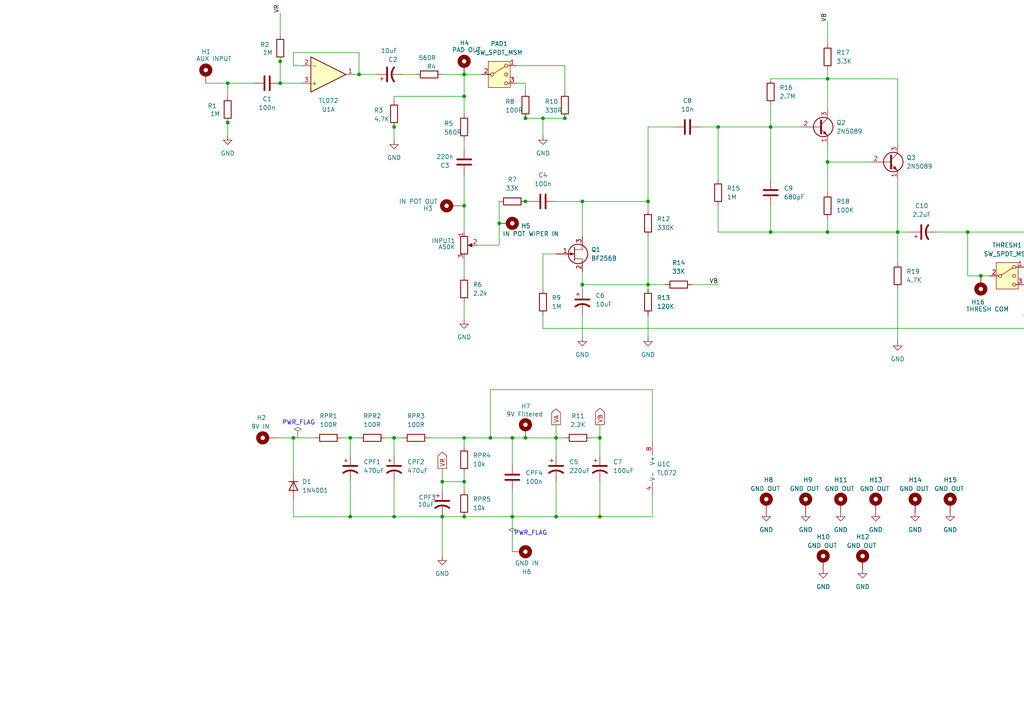
<source format=kicad_sch>
(kicad_sch (version 20250114) (generator "eeschema") (generator_version "9.0")
  (paper "A4")
  (lib_symbols
    (symbol "Amplifier_Operational:TL072" (pin_names (offset 0.127))
      (property "Reference" "U" (at 0 5.08 0))
      (property "Value" "TL072" (at 0 -5.08 0))
      (symbol "TL072_1_1"
        (pin input line (at -7.62 2.54 0) (length 2.54) (name "+") (number "3"))
        (pin input line (at -7.62 -2.54 0) (length 2.54) (name "-") (number "2"))
        (pin output line (at 7.62 0 180) (length 2.54) (name "~") (number "1"))
      )
      (symbol "TL072_2_1"
        (pin input line (at -7.62 2.54 0) (length 2.54) (name "+") (number "5"))
        (pin input line (at -7.62 -2.54 0) (length 2.54) (name "-") (number "6"))
        (pin output line (at 7.62 0 180) (length 2.54) (name "~") (number "7"))
      )
      (symbol "TL072_3_1"
        (pin power_in line (at -2.54 7.62 270) (length 3.81) (name "V+") (number "8"))
        (pin power_in line (at -2.54 -7.62 90) (length 3.81) (name "V-") (number "4"))
      )
    )
    (symbol "Device:C" (pin_numbers (hide yes)) (pin_names (offset 0.254))
      (property "Reference" "C" (at 0.635 2.54 0))
      (property "Value" "C" (at 0.635 -2.54 0))
      (symbol "C_1_1"
        (pin passive line (at 0 3.81 270) (length 2.794) (name "~") (number "1"))
        (pin passive line (at 0 -3.81 90) (length 2.794) (name "~") (number "2"))
      )
    )
    (symbol "Device:C_Polarized_US" (pin_numbers (hide yes)) (pin_names (offset 0.254) (hide yes))
      (property "Reference" "C" (at 0.635 2.54 0))
      (property "Value" "C_Polarized_US" (at 0.635 -2.54 0))
      (symbol "C_Polarized_US_1_1"
        (pin passive line (at 0 3.81 270) (length 2.794) (name "~") (number "1"))
        (pin passive line (at 0 -3.81 90) (length 3.302) (name "~") (number "2"))
      )
    )
    (symbol "Device:Q_NJFET_GDS" (pin_names (offset 0) (hide yes))
      (property "Reference" "Q" (at 5.08 1.27 0))
      (property "Value" "Q_NJFET_GDS" (at 5.08 -1.27 0))
      (symbol "Q_NJFET_GDS_1_1"
        (pin input line (at -5.08 0 0) (length 5.334) (name "G") (number "1"))
        (pin passive line (at 2.54 5.08 270) (length 2.54) (name "D") (number "2"))
        (pin passive line (at 2.54 -5.08 90) (length 2.54) (name "S") (number "3"))
      )
    )
    (symbol "Device:R" (pin_numbers (hide yes)) (pin_names (offset 0))
      (property "Reference" "R" (at 2.032 0 90))
      (property "Value" "R" (at 0 0 90))
      (symbol "R_1_1"
        (pin passive line (at 0 3.81 270) (length 1.27) (name "~") (number "1"))
        (pin passive line (at 0 -3.81 90) (length 1.27) (name "~") (number "2"))
      )
    )
    (symbol "Device:R_Potentiometer" (pin_names (offset 1.016) (hide yes))
      (property "Reference" "RV" (at -4.445 0 90))
      (property "Value" "R_Potentiometer" (at -2.54 0 90))
      (symbol "R_Potentiometer_1_1"
        (pin passive line (at 0 3.81 270) (length 1.27) (name "1") (number "1"))
        (pin passive line (at 0 -3.81 90) (length 1.27) (name "3") (number "3"))
        (pin passive line (at 3.81 0 180) (length 1.27) (name "2") (number "2"))
      )
    )
    (symbol "Diode:1N4001" (pin_numbers (hide yes)) (pin_names (hide yes))
      (property "Reference" "D" (at 0 2.54 0))
      (property "Value" "1N4001" (at 0 -2.54 0))
      (symbol "1N4001_1_1"
        (pin passive line (at -3.81 0 0) (length 2.54) (name "K") (number "1"))
        (pin passive line (at 3.81 0 180) (length 2.54) (name "A") (number "2"))
      )
    )
    (symbol "Mechanical:MountingHole_Pad" (pin_numbers (hide yes)) (pin_names (offset 1.016) (hide yes)) (in_bom no)
      (property "Reference" "H" (at 0 6.35 0))
      (property "Value" "MountingHole_Pad" (at 0 4.445 0))
      (symbol "MountingHole_Pad_1_1"
        (pin input line (at 0 -2.54 90) (length 2.54) (name "1") (number "1"))
      )
    )
    (symbol "Switch:SW_SPDT_MSM" (pin_names (offset 0) (hide yes))
      (property "Reference" "SW" (at 0 5.08 0))
      (property "Value" "SW_SPDT_MSM" (at 0 -5.08 0))
      (symbol "SW_SPDT_MSM_1_1"
        (pin passive line (at -5.08 0 0) (length 2.54) (name "3") (number "2"))
        (pin passive line (at 5.08 2.54 180) (length 2.54) (name "1") (number "1"))
        (pin passive line (at 5.08 -2.54 180) (length 2.54) (name "4") (number "3"))
      )
    )
    (symbol "Transistor_BJT:2N3906" (pin_names (offset 0) (hide yes))
      (property "Reference" "Q" (at 5.08 1.905 0))
      (property "Value" "2N3906" (at 5.08 0 0))
      (symbol "2N3906_1_1"
        (pin input line (at -5.08 0 0) (length 2.54) (name "B") (number "2"))
        (pin passive line (at 2.54 5.08 270) (length 2.54) (name "C") (number "3"))
        (pin passive line (at 2.54 -5.08 90) (length 2.54) (name "E") (number "1"))
      )
    )
    (symbol "Transistor_BJT:Q_NPN_EBC" (pin_names (offset 0) (hide yes))
      (property "Reference" "Q" (at 5.08 1.27 0))
      (property "Value" "Q_NPN_EBC" (at 5.08 -1.27 0))
      (symbol "Q_NPN_EBC_1_1"
        (pin input line (at -5.08 0 0) (length 2.54) (name "B") (number "2"))
        (pin passive line (at 2.54 5.08 270) (length 2.54) (name "C") (number "3"))
        (pin passive line (at 2.54 -5.08 90) (length 2.54) (name "E") (number "1"))
      )
    )
    (symbol "power:GND" (power) (pin_numbers (hide yes)) (pin_names (offset 0) (hide yes))
      (property "Value" "GND" (at 0 -3.81 0))
      (symbol "GND_1_1"
        (pin power_in line (at 0 0 270) (length 0) (name "~") (number "1"))
      )
    )
  )
  (text "PWR_FLAG" (at 86.614 122.682 0) (effects (font (size 1.27 1.27))))
  (text "PWR_FLAG" (at 153.924 154.686 0) (effects (font (size 1.27 1.27))))
  (junction (at 469.9 -41.91))
  (junction (at 533.4 12.7))
  (junction (at 508 -41.91))
  (junction (at 104.14 21.59))
  (junction (at 347.98 63.5))
  (junction (at 367.03 38.1))
  (junction (at 406.4 54.61))
  (junction (at 469.9 -12.7))
  (junction (at 486.41 72.39))
  (junction (at 152.4 34.29))
  (junction (at 168.91 82.55))
  (junction (at 114.3 127))
  (junction (at 134.62 27.94))
  (junction (at 322.58 93.98))
  (junction (at 322.58 67.31))
  (junction (at 223.52 67.31))
  (junction (at 134.62 127))
  (junction (at 240.03 46.99))
  (junction (at 514.35 69.85))
  (junction (at 546.1 12.7))
  (junction (at 152.4 58.42))
  (junction (at 260.35 67.31))
  (junction (at 240.03 67.31))
  (junction (at 66.04 24.13))
  (junction (at 419.1 25.4))
  (junction (at 466.09 59.69))
  (junction (at 163.83 34.29))
  (junction (at 284.48 80.01))
  (junction (at 144.78 64.77))
  (junction (at 128.27 149.86))
  (junction (at 280.67 67.31))
  (junction (at 134.62 59.69))
  (junction (at 114.3 149.86))
  (junction (at 101.6 149.86))
  (junction (at 128.27 139.7))
  (junction (at 168.91 58.42))
  (junction (at 187.96 58.42))
  (junction (at 161.29 127))
  (junction (at 482.6 0))
  (junction (at 367.03 63.5))
  (junction (at 322.58 82.55))
  (junction (at 101.6 127))
  (junction (at 322.58 76.2))
  (junction (at 134.62 21.59))
  (junction (at 393.7 38.1))
  (junction (at 508 -25.4))
  (junction (at 142.24 127))
  (junction (at 152.4 127))
  (junction (at 406.4 7.62))
  (junction (at 66.04 35.56))
  (junction (at 302.26 82.55))
  (junction (at 85.09 127))
  (junction (at 322.58 72.39))
  (junction (at 134.62 139.7))
  (junction (at 482.6 -41.91))
  (junction (at 208.28 36.83))
  (junction (at 520.7 0))
  (junction (at 240.03 22.86))
  (junction (at 367.03 76.2))
  (junction (at 173.99 127))
  (junction (at 444.5 82.55))
  (junction (at 431.8 68.58))
  (junction (at 533.4 6.35))
  (junction (at 157.48 34.29))
  (junction (at 148.59 149.86))
  (junction (at 148.59 127))
  (junction (at 347.98 53.34))
  (junction (at 81.28 24.13))
  (junction (at 81.28 17.78))
  (junction (at 533.4 -41.91))
  (junction (at 472.44 72.39))
  (junction (at 525.78 69.85))
  (junction (at 134.62 149.86))
  (junction (at 173.99 149.86))
  (junction (at 406.4 25.4))
  (junction (at 223.52 36.83))
  (junction (at 482.6 -25.4))
  (junction (at 406.4 2.54))
  (junction (at 114.3 36.83))
  (junction (at 187.96 82.55))
  (junction (at 444.5 55.88))
  (junction (at 161.29 149.86))
  (junction (at 367.03 12.7))
  (wire (pts (xy 260.35 67.31) (xy 260.35 76.2)))
  (wire (pts (xy 223.52 22.86) (xy 240.03 22.86)))
  (wire (pts (xy 322.58 92.71) (xy 322.58 93.98)))
  (wire (pts (xy 85.09 15.24) (xy 85.09 19.05)))
  (wire (pts (xy 134.62 74.93) (xy 134.62 80.01)))
  (wire (pts (xy 492.76 59.69) (xy 514.35 59.69)))
  (wire (pts (xy 134.62 59.69) (xy 134.62 67.31)))
  (wire (pts (xy 361.95 12.7) (xy 367.03 12.7)))
  (wire (pts (xy 406.4 2.54) (xy 406.4 7.62)))
  (wire (pts (xy 223.52 30.48) (xy 223.52 36.83)))
  (wire (pts (xy 161.29 127) (xy 163.83 127)))
  (wire (pts (xy 85.09 144.78) (xy 85.09 149.86)))
  (wire (pts (xy 223.52 36.83) (xy 232.41 36.83)))
  (wire (pts (xy 546.1 -34.29) (xy 546.1 -5.08)))
  (wire (pts (xy 466.09 55.88) (xy 459.74 55.88)))
  (wire (pts (xy 81.28 17.78) (xy 81.28 24.13)))
  (wire (pts (xy 482.6 -34.29) (xy 482.6 -25.4)))
  (wire (pts (xy 163.83 33.02) (xy 163.83 34.29)))
  (wire (pts (xy 406.4 21.59) (xy 406.4 25.4)))
  (wire (pts (xy 66.04 34.29) (xy 66.04 35.56)))
  (wire (pts (xy 240.03 67.31) (xy 223.52 67.31)))
  (wire (pts (xy 134.62 27.94) (xy 134.62 33.02)))
  (wire (pts (xy 134.62 127) (xy 142.24 127)))
  (wire (pts (xy 341.63 53.34) (xy 347.98 53.34)))
  (wire (pts (xy 114.3 35.56) (xy 114.3 36.83)))
  (wire (pts (xy 203.2 36.83) (xy 208.28 36.83)))
  (wire (pts (xy 406.4 25.4) (xy 419.1 25.4)))
  (wire (pts (xy 240.03 63.5) (xy 240.03 67.31)))
  (wire (pts (xy 303.53 72.39) (xy 322.58 72.39)))
  (wire (pts (xy 157.48 95.25) (xy 557.53 95.25)))
  (wire (pts (xy 168.91 91.44) (xy 168.91 97.79)))
  (wire (pts (xy 134.62 27.94) (xy 134.62 21.59)))
  (wire (pts (xy 264.16 67.31) (xy 260.35 67.31)))
  (wire (pts (xy 406.4 43.18) (xy 406.4 54.61)))
  (wire (pts (xy 152.4 58.42) (xy 153.67 58.42)))
  (wire (pts (xy 302.26 82.55) (xy 306.07 82.55)))
  (wire (pts (xy 189.23 149.86) (xy 173.99 149.86)))
  (wire (pts (xy 496.57 3.81) (xy 515.62 3.81)))
  (wire (pts (xy 114.3 149.86) (xy 128.27 149.86)))
  (wire (pts (xy 223.52 59.69) (xy 223.52 67.31)))
  (wire (pts (xy 431.8 82.55) (xy 444.5 82.55)))
  (wire (pts (xy 287.02 80.01) (xy 284.48 80.01)))
  (wire (pts (xy 347.98 38.1) (xy 367.03 38.1)))
  (wire (pts (xy 444.5 50.8) (xy 444.5 55.88)))
  (wire (pts (xy 520.7 -10.16) (xy 520.7 0)))
  (wire (pts (xy 260.35 83.82) (xy 260.35 99.06)))
  (wire (pts (xy 240.03 46.99) (xy 240.03 55.88)))
  (wire (pts (xy 157.48 34.29) (xy 157.48 39.37)))
  (wire (pts (xy 367.03 76.2) (xy 367.03 80.01)))
  (wire (pts (xy 444.5 82.55) (xy 444.5 86.36)))
  (wire (pts (xy 393.7 25.4) (xy 406.4 25.4)))
  (wire (pts (xy 59.69 24.13) (xy 66.04 24.13)))
  (wire (pts (xy 514.35 69.85) (xy 510.54 69.85)))
  (wire (pts (xy 148.59 149.86) (xy 161.29 149.86)))
  (wire (pts (xy 419.1 25.4) (xy 431.8 25.4)))
  (wire (pts (xy 469.9 -34.29) (xy 469.9 -12.7)))
  (wire (pts (xy 546.1 12.7) (xy 546.1 17.78)))
  (wire (pts (xy 367.03 8.89) (xy 367.03 12.7)))
  (wire (pts (xy 134.62 139.7) (xy 134.62 142.24)))
  (wire (pts (xy 508 8.89) (xy 515.62 8.89)))
  (wire (pts (xy 168.91 82.55) (xy 187.96 82.55)))
  (wire (pts (xy 533.4 12.7) (xy 532.13 12.7)))
  (wire (pts (xy 466.09 76.2) (xy 466.09 82.55)))
  (wire (pts (xy 482.6 0) (xy 482.6 2.54)))
  (wire (pts (xy 189.23 143.51) (xy 189.23 149.86)))
  (wire (pts (xy 508 -34.29) (xy 508 -25.4)))
  (wire (pts (xy 393.7 38.1) (xy 393.7 43.18)))
  (wire (pts (xy 157.48 34.29) (xy 163.83 34.29)))
  (wire (pts (xy 148.59 127) (xy 148.59 134.62)))
  (wire (pts (xy 486.41 72.39) (xy 486.41 76.2)))
  (wire (pts (xy 525.78 69.85) (xy 525.78 73.66)))
  (wire (pts (xy 128.27 135.89) (xy 128.27 139.7)))
  (wire (pts (xy 533.4 -20.32) (xy 533.4 6.35)))
  (wire (pts (xy 271.78 67.31) (xy 280.67 67.31)))
  (wire (pts (xy 546.1 5.08) (xy 546.1 12.7)))
  (wire (pts (xy 496.57 25.4) (xy 496.57 30.48)))
  (wire (pts (xy 347.98 53.34) (xy 359.41 53.34)))
  (wire (pts (xy 148.59 142.24) (xy 148.59 149.86)))
  (wire (pts (xy 85.09 15.24) (xy 104.14 15.24)))
  (wire (pts (xy 347.98 41.91) (xy 347.98 38.1)))
  (wire (pts (xy 367.03 21.59) (xy 367.03 38.1)))
  (wire (pts (xy 104.14 21.59) (xy 109.22 21.59)))
  (wire (pts (xy 104.14 15.24) (xy 104.14 21.59)))
  (wire (pts (xy 322.58 76.2) (xy 322.58 82.55)))
  (wire (pts (xy 101.6 127) (xy 101.6 132.08)))
  (wire (pts (xy 297.18 82.55) (xy 302.26 82.55)))
  (wire (pts (xy 152.4 127) (xy 161.29 127)))
  (wire (pts (xy 85.09 127) (xy 85.09 137.16)))
  (wire (pts (xy 469.9 -12.7) (xy 474.98 -12.7)))
  (wire (pts (xy 157.48 73.66) (xy 161.29 73.66)))
  (wire (pts (xy 149.86 24.13) (xy 152.4 24.13)))
  (wire (pts (xy 161.29 149.86) (xy 173.99 149.86)))
  (wire (pts (xy 138.43 71.12) (xy 144.78 71.12)))
  (wire (pts (xy 152.4 33.02) (xy 152.4 34.29)))
  (wire (pts (xy 128.27 21.59) (xy 134.62 21.59)))
  (wire (pts (xy 134.62 50.8) (xy 134.62 59.69)))
  (wire (pts (xy 99.06 127) (xy 101.6 127)))
  (wire (pts (xy 152.4 34.29) (xy 157.48 34.29)))
  (wire (pts (xy 101.6 127) (xy 104.14 127)))
  (wire (pts (xy 114.3 36.83) (xy 114.3 40.64)))
  (wire (pts (xy 161.29 139.7) (xy 161.29 149.86)))
  (wire (pts (xy 134.62 149.86) (xy 148.59 149.86)))
  (wire (pts (xy 260.35 67.31) (xy 240.03 67.31)))
  (wire (pts (xy 347.98 49.53) (xy 347.98 53.34)))
  (wire (pts (xy 393.7 50.8) (xy 393.7 54.61)))
  (wire (pts (xy 280.67 80.01) (xy 280.67 67.31)))
  (wire (pts (xy 360.68 63.5) (xy 367.03 63.5)))
  (wire (pts (xy 469.9 72.39) (xy 472.44 72.39)))
  (wire (pts (xy 297.18 77.47) (xy 303.53 77.47)))
  (wire (pts (xy 367.03 38.1) (xy 367.03 48.26)))
  (wire (pts (xy 469.9 -12.7) (xy 469.9 2.54)))
  (wire (pts (xy 124.46 127) (xy 134.62 127)))
  (wire (pts (xy 499.11 -25.4) (xy 508 -25.4)))
  (wire (pts (xy 208.28 36.83) (xy 223.52 36.83)))
  (wire (pts (xy 367.03 87.63) (xy 367.03 93.98)))
  (wire (pts (xy 163.83 19.05) (xy 163.83 26.67)))
  (wire (pts (xy 525.78 81.28) (xy 525.78 83.82)))
  (wire (pts (xy 322.58 82.55) (xy 322.58 85.09)))
  (wire (pts (xy 406.4 25.4) (xy 406.4 33.02)))
  (wire (pts (xy 240.03 22.86) (xy 240.03 31.75)))
  (wire (pts (xy 161.29 123.19) (xy 161.29 127)))
  (wire (pts (xy 393.7 54.61) (xy 406.4 54.61)))
  (wire (pts (xy 508 17.78) (xy 508 8.89)))
  (wire (pts (xy 168.91 82.55) (xy 168.91 83.82)))
  (wire (pts (xy 161.29 58.42) (xy 168.91 58.42)))
  (wire (pts (xy 557.53 95.25) (xy 557.53 12.7)))
  (wire (pts (xy 482.6 -41.91) (xy 508 -41.91)))
  (wire (pts (xy 173.99 127) (xy 173.99 132.08)))
  (wire (pts (xy 496.57 3.81) (xy 496.57 17.78)))
  (wire (pts (xy 367.03 63.5) (xy 367.03 76.2)))
  (wire (pts (xy 482.6 -25.4) (xy 491.49 -25.4)))
  (wire (pts (xy 347.98 76.2) (xy 367.03 76.2)))
  (wire (pts (xy 313.69 82.55) (xy 322.58 82.55)))
  (wire (pts (xy 101.6 149.86) (xy 114.3 149.86)))
  (wire (pts (xy 66.04 35.56) (xy 66.04 39.37)))
  (wire (pts (xy 508 -25.4) (xy 525.78 -25.4)))
  (wire (pts (xy 469.9 -41.91) (xy 482.6 -41.91)))
  (wire (pts (xy 187.96 58.42) (xy 168.91 58.42)))
  (wire (pts (xy 469.9 10.16) (xy 469.9 30.48)))
  (wire (pts (xy 546.1 12.7) (xy 533.4 12.7)))
  (wire (pts (xy 322.58 67.31) (xy 322.58 72.39)))
  (wire (pts (xy 101.6 139.7) (xy 101.6 149.86)))
  (wire (pts (xy 444.5 55.88) (xy 444.5 63.5)))
  (wire (pts (xy 85.09 19.05) (xy 87.63 19.05)))
  (wire (pts (xy 114.3 29.21) (xy 114.3 27.94)))
  (wire (pts (xy 482.6 10.16) (xy 482.6 30.48)))
  (wire (pts (xy 419.1 68.58) (xy 419.1 54.61)))
  (wire (pts (xy 161.29 127) (xy 161.29 132.08)))
  (wire (pts (xy 482.6 0) (xy 491.49 0)))
  (wire (pts (xy 367.03 12.7) (xy 367.03 13.97)))
  (wire (pts (xy 148.59 127) (xy 152.4 127)))
  (wire (pts (xy 508 25.4) (xy 508 30.48)))
  (wire (pts (xy 157.48 91.44) (xy 157.48 95.25)))
  (wire (pts (xy 128.27 149.86) (xy 134.62 149.86)))
  (wire (pts (xy 128.27 139.7) (xy 134.62 139.7)))
  (wire (pts (xy 152.4 58.42) (xy 151.13 58.42)))
  (wire (pts (xy 208.28 52.07) (xy 208.28 36.83)))
  (wire (pts (xy 439.42 25.4) (xy 457.2 25.4)))
  (wire (pts (xy 546.1 25.4) (xy 546.1 30.48)))
  (wire (pts (xy 200.66 82.55) (xy 208.28 82.55)))
  (wire (pts (xy 173.99 123.19) (xy 173.99 127)))
  (wire (pts (xy 347.98 63.5) (xy 347.98 68.58)))
  (wire (pts (xy 322.58 99.06) (xy 322.58 93.98)))
  (wire (pts (xy 431.8 63.5) (xy 431.8 68.58)))
  (wire (pts (xy 457.2 25.4) (xy 457.2 -12.7)))
  (wire (pts (xy 134.62 21.59) (xy 139.7 21.59)))
  (wire (pts (xy 406.4 7.62) (xy 406.4 13.97)))
  (wire (pts (xy 431.8 68.58) (xy 431.8 72.39)))
  (wire (pts (xy 492.76 67.31) (xy 492.76 59.69)))
  (wire (pts (xy 81.28 16.51) (xy 81.28 17.78)))
  (wire (pts (xy 472.44 72.39) (xy 473.71 72.39)))
  (wire (pts (xy 157.48 83.82) (xy 157.48 73.66)))
  (wire (pts (xy 393.7 33.02) (xy 393.7 38.1)))
  (wire (pts (xy 168.91 58.42) (xy 168.91 68.58)))
  (wire (pts (xy 367.03 38.1) (xy 381 38.1)))
  (wire (pts (xy 66.04 24.13) (xy 73.66 24.13)))
  (wire (pts (xy 482.6 -7.62) (xy 482.6 0)))
  (wire (pts (xy 240.03 46.99) (xy 252.73 46.99)))
  (wire (pts (xy 482.6 -25.4) (xy 482.6 -17.78)))
  (wire (pts (xy 332.74 53.34) (xy 334.01 53.34)))
  (wire (pts (xy 173.99 139.7) (xy 173.99 149.86)))
  (wire (pts (xy 187.96 91.44) (xy 187.96 97.79)))
  (wire (pts (xy 514.35 59.69) (xy 514.35 69.85)))
  (wire (pts (xy 533.4 -41.91) (xy 546.1 -41.91)))
  (wire (pts (xy 486.41 72.39) (xy 495.3 72.39)))
  (wire (pts (xy 406.4 -41.91) (xy 406.4 2.54)))
  (wire (pts (xy 466.09 55.88) (xy 466.09 59.69)))
  (wire (pts (xy 557.53 12.7) (xy 546.1 12.7)))
  (wire (pts (xy 114.3 127) (xy 116.84 127)))
  (wire (pts (xy 260.35 52.07) (xy 260.35 67.31)))
  (wire (pts (xy 66.04 27.94) (xy 66.04 24.13)))
  (wire (pts (xy 486.41 83.82) (xy 486.41 88.9)))
  (wire (pts (xy 111.76 127) (xy 114.3 127)))
  (wire (pts (xy 240.03 6.35) (xy 240.03 12.7)))
  (wire (pts (xy 303.53 77.47) (xy 303.53 72.39)))
  (wire (pts (xy 466.09 59.69) (xy 466.09 68.58)))
  (wire (pts (xy 128.27 142.24) (xy 128.27 139.7)))
  (wire (pts (xy 280.67 67.31) (xy 298.45 67.31)))
  (wire (pts (xy 80.01 127) (xy 85.09 127)))
  (wire (pts (xy 187.96 60.96) (xy 187.96 58.42)))
  (wire (pts (xy 114.3 27.94) (xy 134.62 27.94)))
  (wire (pts (xy 85.09 149.86) (xy 101.6 149.86)))
  (wire (pts (xy 533.4 6.35) (xy 533.4 12.7)))
  (wire (pts (xy 168.91 78.74) (xy 168.91 82.55)))
  (wire (pts (xy 102.87 21.59) (xy 104.14 21.59)))
  (wire (pts (xy 306.07 67.31) (xy 322.58 67.31)))
  (wire (pts (xy 393.7 38.1) (xy 398.78 38.1)))
  (wire (pts (xy 419.1 25.4) (xy 419.1 46.99)))
  (wire (pts (xy 284.48 80.01) (xy 280.67 80.01)))
  (wire (pts (xy 533.4 12.7) (xy 533.4 17.78)))
  (wire (pts (xy 533.4 25.4) (xy 533.4 30.48)))
  (wire (pts (xy 525.78 69.85) (xy 529.59 69.85)))
  (wire (pts (xy 187.96 36.83) (xy 195.58 36.83)))
  (wire (pts (xy 521.97 69.85) (xy 525.78 69.85)))
  (wire (pts (xy 322.58 72.39) (xy 322.58 76.2)))
  (wire (pts (xy 187.96 58.42) (xy 187.96 36.83)))
  (wire (pts (xy 134.62 87.63) (xy 134.62 92.71)))
  (wire (pts (xy 444.5 55.88) (xy 452.12 55.88)))
  (wire (pts (xy 322.58 53.34) (xy 325.12 53.34)))
  (wire (pts (xy 508 -41.91) (xy 533.4 -41.91)))
  (wire (pts (xy 431.8 68.58) (xy 419.1 68.58)))
  (wire (pts (xy 260.35 22.86) (xy 260.35 41.91)))
  (wire (pts (xy 388.62 38.1) (xy 393.7 38.1)))
  (wire (pts (xy 457.2 -12.7) (xy 469.9 -12.7)))
  (wire (pts (xy 444.5 73.66) (xy 444.5 82.55)))
  (wire (pts (xy 397.51 7.62) (xy 406.4 7.62)))
  (wire (pts (xy 223.52 67.31) (xy 208.28 67.31)))
  (wire (pts (xy 525.78 6.35) (xy 533.4 6.35)))
  (wire (pts (xy 148.59 149.86) (xy 148.59 160.02)))
  (wire (pts (xy 85.09 127) (xy 91.44 127)))
  (wire (pts (xy 142.24 127) (xy 148.59 127)))
  (wire (pts (xy 171.45 127) (xy 173.99 127)))
  (wire (pts (xy 134.62 129.54) (xy 134.62 127)))
  (wire (pts (xy 240.03 22.86) (xy 260.35 22.86)))
  (wire (pts (xy 322.58 67.31) (xy 322.58 53.34)))
  (wire (pts (xy 208.28 67.31) (xy 208.28 59.69)))
  (wire (pts (xy 187.96 82.55) (xy 187.96 83.82)))
  (wire (pts (xy 187.96 82.55) (xy 193.04 82.55)))
  (wire (pts (xy 481.33 72.39) (xy 486.41 72.39)))
  (wire (pts (xy 134.62 43.18) (xy 134.62 40.64)))
  (wire (pts (xy 114.3 139.7) (xy 114.3 149.86)))
  (wire (pts (xy 347.98 53.34) (xy 347.98 63.5)))
  (wire (pts (xy 431.8 55.88) (xy 444.5 55.88)))
  (wire (pts (xy 367.03 63.5) (xy 367.03 58.42)))
  (wire (pts (xy 142.24 113.03) (xy 142.24 127)))
  (wire (pts (xy 223.52 36.83) (xy 223.52 52.07)))
  (wire (pts (xy 189.23 113.03) (xy 142.24 113.03)))
  (wire (pts (xy 406.4 62.23) (xy 406.4 93.98)))
  (wire (pts (xy 189.23 128.27) (xy 189.23 113.03)))
  (wire (pts (xy 400.05 2.54) (xy 406.4 2.54)))
  (wire (pts (xy 149.86 19.05) (xy 163.83 19.05)))
  (wire (pts (xy 436.88 68.58) (xy 431.8 68.58)))
  (wire (pts (xy 431.8 80.01) (xy 431.8 82.55)))
  (wire (pts (xy 240.03 41.91) (xy 240.03 46.99)))
  (wire (pts (xy 144.78 71.12) (xy 144.78 64.77)))
  (wire (pts (xy 533.4 -34.29) (xy 533.4 -30.48)))
  (wire (pts (xy 499.11 0) (xy 520.7 0)))
  (wire (pts (xy 116.84 21.59) (xy 120.65 21.59)))
  (wire (pts (xy 495.3 67.31) (xy 492.76 67.31)))
  (wire (pts (xy 469.9 -41.91) (xy 406.4 -41.91)))
  (wire (pts (xy 240.03 20.32) (xy 240.03 22.86)))
  (wire (pts (xy 152.4 24.13) (xy 152.4 26.67)))
  (wire (pts (xy 114.3 127) (xy 114.3 132.08)))
  (wire (pts (xy 520.7 0) (xy 538.48 0)))
  (wire (pts (xy 347.98 63.5) (xy 353.06 63.5)))
  (wire (pts (xy 144.78 64.77) (xy 144.78 58.42)))
  (wire (pts (xy 134.62 137.16) (xy 134.62 139.7)))
  (wire (pts (xy 128.27 149.86) (xy 128.27 161.29)))
  (wire (pts (xy 133.35 59.69) (xy 134.62 59.69)))
  (wire (pts (xy 187.96 68.58) (xy 187.96 82.55)))
  (wire (pts (xy 81.28 24.13) (xy 87.63 24.13)))
  (wire (pts (xy 81.28 3.81) (xy 81.28 10.16)))
  (label "VB" (at 367.03 8.89 180))
  (label "VA" (at 397.51 7.62 180))
  (label "VR" (at 81.28 3.81 90))
  (label "VA" (at 520.7 -17.78 90))
  (label "VA" (at 444.5 43.18 90))
  (label "VR" (at 486.41 88.9 0))
  (label "VB" (at 240.03 6.35 90))
  (label "VB" (at 208.28 82.55 180))
  (global_label "VA" (shape input) (at 400.05 2.54 180) (property "Intersheetrefs" "${INTERSHEET_REFS}" (effects (hide yes))))
  (global_label "VA" (shape output) (at 161.29 123.19 90) (property "Intersheetrefs" "${INTERSHEET_REFS}" (effects (hide yes))))
  (global_label "VB" (shape input) (at 361.95 12.7 180) (property "Intersheetrefs" "${INTERSHEET_REFS}" (effects (hide yes))))
  (global_label "VB" (shape output) (at 173.99 123.19 90) (property "Intersheetrefs" "${INTERSHEET_REFS}" (effects (hide yes))))
  (global_label "VR" (shape output) (at 128.27 135.89 90) (property "Intersheetrefs" "${INTERSHEET_REFS}" (effects (hide yes))))
  (netclass_flag "" (length 2.54) (shape diamond) (at 148.59 156.21 0))
  (netclass_flag "" (length 2.54) (shape diamond) (at 86.36 127 0))
  (symbol (lib_id "Device:R") (at 157.48 87.63 180) (unit 1)
    (property "Reference" "R9" (at 160.02 86.3599 0) (effects (justify right)))
    (property "Value" "1M" (at 160.02 88.8999 0) (effects (justify right)))
    (property "Footprint" "Resistor_THT:R_Axial_DIN0207_L6.3mm_D2.5mm_P7.62mm_Horizontal" (effects (hide yes)))
    (property "Description" "Resistor" (effects (hide yes)))
  )
  (symbol (lib_id "Mechanical:MountingHole_Pad") (at 238.76 162.56 0) (unit 1) (in_bom no)
    (property "Reference" "H10" (at 240.792 155.702 0) (effects (justify right)))
    (property "Value" "GND OUT" (at 242.824 158.242 0) (effects (justify right)))
    (property "Footprint" "TestPoint:TestPoint_THTPad_2.0x2.0mm_Drill1.0mm" (effects (hide yes)))
    (property "Description" "Mounting Hole with connection" (effects (hide yes)))
  )
  (symbol (lib_id "power:GND") (at 508 30.48 0) (unit 1)
    (property "Reference" "#PWR025" (effects (hide yes)))
    (property "Value" "GND" (at 508 35.56 0))
    (property "Description" "Power symbol creates a global label with name \"GND\" , ground" (effects (hide yes)))
  )
  (symbol (lib_id "power:GND") (at 250.19 165.1 0) (unit 1)
    (property "Reference" "#PWR012" (effects (hide yes)))
    (property "Value" "GND" (at 250.19 170.18 0))
    (property "Description" "Power symbol creates a global label with name \"GND\" , ground" (effects (hide yes)))
  )
  (symbol (lib_id "Device:C_Polarized_US") (at 533.4 21.59 0) (unit 1)
    (property "Reference" "C23" (at 537.21 19.6849 0) (effects (justify left)))
    (property "Value" "1uF" (at 537.21 22.2249 0) (effects (justify left)))
    (property "Footprint" "Capacitor_THT:CP_Radial_D5.0mm_P2.00mm" (effects (hide yes)))
    (property "Description" "Polarized capacitor, US symbol" (effects (hide yes)))
  )
  (symbol (lib_id "Device:R") (at 393.7 46.99 0) (unit 1)
    (property "Reference" "R29" (at 396.24 45.7199 0) (effects (justify left)))
    (property "Value" "220K" (at 396.24 48.2599 0) (effects (justify left)))
    (property "Footprint" "Resistor_THT:R_Axial_DIN0207_L6.3mm_D2.5mm_P7.62mm_Horizontal" (effects (hide yes)))
    (property "Description" "Resistor" (effects (hide yes)))
  )
  (symbol (lib_id "power:GND") (at 114.3 40.64 0) (unit 1)
    (property "Reference" "#PWR02" (effects (hide yes)))
    (property "Value" "GND" (at 114.3 45.72 0))
    (property "Description" "Power symbol creates a global label with name \"GND\" , ground" (effects (hide yes)))
  )
  (symbol (lib_id "Device:C_Polarized_US") (at 173.99 135.89 0) (unit 1)
    (property "Reference" "C7" (at 177.8 133.9849 0) (effects (justify left)))
    (property "Value" "100uF" (at 177.8 136.5249 0) (effects (justify left)))
    (property "Footprint" "Capacitor_THT:CP_Radial_D6.3mm_P2.50mm" (effects (hide yes)))
    (property "Description" "Polarized capacitor, US symbol" (effects (hide yes)))
  )
  (symbol (lib_id "Device:R") (at 187.96 64.77 180) (unit 1)
    (property "Reference" "R12" (at 190.5 63.4999 0) (effects (justify right)))
    (property "Value" "330K" (at 190.5 66.0399 0) (effects (justify right)))
    (property "Footprint" "Resistor_THT:R_Axial_DIN0207_L6.3mm_D2.5mm_P7.62mm_Horizontal" (effects (hide yes)))
    (property "Description" "Resistor" (effects (hide yes)))
  )
  (symbol (lib_id "power:GND") (at 134.62 92.71 0) (unit 1)
    (property "Reference" "#PWR04" (effects (hide yes)))
    (property "Value" "GND" (at 134.62 97.79 0))
    (property "Description" "Power symbol creates a global label with name \"GND\" , ground" (effects (hide yes)))
  )
  (symbol (lib_id "Transistor_BJT:2N3906") (at 530.86 -25.4 0) (mirror x) (unit 1)
    (property "Reference" "Q8" (at 535.94 -26.6701 0) (effects (justify left)))
    (property "Value" "2N3906" (at 535.94 -24.1301 0) (effects (justify left)))
    (property "Footprint" "Package_TO_SOT_THT:TO-92L_Inline_Wide" (effects (hide yes)))
    (property "Datasheet" "https://www.onsemi.com/pub/Collateral/2N3906-D.PDF" (effects (hide yes)))
    (property "Description" "-0.2A Ic, -40V Vce, Small Signal PNP Transistor, TO-92" (effects (hide yes)))
  )
  (symbol (lib_id "Device:C") (at 477.52 72.39 90) (unit 1)
    (property "Reference" "C17" (at 477.774 67.564 90))
    (property "Value" "220n" (at 477.774 65.024 90))
    (property "Footprint" "Capacitor_THT:C_Rect_L7.2mm_W2.5mm_P5.00mm_FKS2_FKP2_MKS2_MKP2" (effects (hide yes)))
    (property "Description" "Unpolarized capacitor" (effects (hide yes)))
  )
  (symbol (lib_id "Amplifier_Operational:TL072") (at 502.92 69.85 0) (mirror x) (unit 2)
    (property "Reference" "U1" (at 502.92 80.01 0))
    (property "Value" "TL072" (at 502.92 77.47 0))
    (property "Footprint" "Package_DIP:DIP-8_W7.62mm" (effects (hide yes)))
    (property "Datasheet" "http://www.ti.com/lit/ds/symlink/tl071.pdf" (effects (hide yes)))
    (property "Description" "Dual Low-Noise JFET-Input Operational Amplifiers, DIP-8/SOIC-8" (effects (hide yes)))
  )
  (symbol (lib_id "power:GND") (at 275.59 148.59 0) (unit 1)
    (property "Reference" "#PWR016" (effects (hide yes)))
    (property "Value" "GND" (at 275.59 153.67 0))
    (property "Description" "Power symbol creates a global label with name \"GND\" , ground" (effects (hide yes)))
  )
  (symbol (lib_id "Device:Q_NJFET_GDS") (at 166.37 73.66 0) (mirror x) (unit 1)
    (property "Reference" "Q1" (at 171.45 72.3899 0) (effects (justify left)))
    (property "Value" "BF256B" (at 171.45 74.9299 0) (effects (justify left)))
    (property "Footprint" "Package_TO_SOT_THT:TO-92L_Inline_Wide" (effects (hide yes)))
    (property "Description" "N-JFET transistor, gate/drain/source" (effects (hide yes)))
  )
  (symbol (lib_id "Device:C_Polarized_US") (at 518.16 69.85 90) (unit 1)
    (property "Reference" "C22" (at 518.16 62.992 90))
    (property "Value" "10uF" (at 518.16 65.532 90))
    (property "Footprint" "Capacitor_THT:CP_Radial_D5.0mm_P2.00mm" (effects (hide yes)))
    (property "Description" "Polarized capacitor, US symbol" (effects (hide yes)))
  )
  (symbol (lib_id "power:GND") (at 444.5 93.98 0) (unit 1)
    (property "Reference" "#PWR020" (effects (hide yes)))
    (property "Value" "GND" (at 444.5 99.06 0))
    (property "Description" "Power symbol creates a global label with name \"GND\" , ground" (effects (hide yes)))
  )
  (symbol (lib_id "Device:R") (at 469.9 6.35 0) (unit 1)
    (property "Reference" "R37" (at 472.44 5.0799 0) (effects (justify left)))
    (property "Value" "180K" (at 472.44 7.6199 0) (effects (justify left)))
    (property "Footprint" "Resistor_THT:R_Axial_DIN0207_L6.3mm_D2.5mm_P7.62mm_Horizontal" (effects (hide yes)))
    (property "Description" "Resistor" (effects (hide yes)))
  )
  (symbol (lib_id "Switch:SW_SPDT_MSM") (at 144.78 21.59 0) (unit 1) (on_board no)
    (property "Reference" "PAD1" (at 144.78 12.7 0))
    (property "Value" "SW_SPDT_MSM" (at 144.78 15.24 0))
    (property "Description" "Switch, single pole double throw, center OFF position" (effects (hide yes)))
  )
  (symbol (lib_id "power:GND") (at 406.4 93.98 0) (unit 1)
    (property "Reference" "#PWR019" (effects (hide yes)))
    (property "Value" "GND" (at 406.4 99.06 0))
    (property "Description" "Power symbol creates a global label with name \"GND\" , ground" (effects (hide yes)))
  )
  (symbol (lib_id "Device:R") (at 95.25 127 90) (unit 1)
    (property "Reference" "RPR1" (at 95.25 120.65 90))
    (property "Value" "100R" (at 95.25 123.19 90))
    (property "Footprint" "Resistor_THT:R_Axial_DIN0516_L15.5mm_D5.0mm_P5.08mm_Vertical" (effects (hide yes)))
    (property "Description" "Resistor" (effects (hide yes)))
  )
  (symbol (lib_id "Mechanical:MountingHole_Pad") (at 151.13 160.02 270) (unit 1) (in_bom no)
    (property "Reference" "H6" (at 151.384 165.862 90) (effects (justify left)))
    (property "Value" "GND IN" (at 149.352 163.322 90) (effects (justify left)))
    (property "Footprint" "TestPoint:TestPoint_THTPad_2.0x2.0mm_Drill1.0mm" (effects (hide yes)))
    (property "Description" "Mounting Hole with connection" (effects (hide yes)))
  )
  (symbol (lib_id "power:GND") (at 466.09 82.55 0) (unit 1)
    (property "Reference" "#PWR021" (effects (hide yes)))
    (property "Value" "GND" (at 466.09 87.63 0))
    (property "Description" "Power symbol creates a global label with name \"GND\" , ground" (effects (hide yes)))
  )
  (symbol (lib_id "Mechanical:MountingHole_Pad") (at 243.84 146.05 0) (unit 1) (in_bom no)
    (property "Reference" "H11" (at 245.872 139.192 0) (effects (justify right)))
    (property "Value" "GND OUT" (at 247.904 141.732 0) (effects (justify right)))
    (property "Footprint" "TestPoint:TestPoint_THTPad_2.0x2.0mm_Drill1.0mm" (effects (hide yes)))
    (property "Description" "Mounting Hole with connection" (effects (hide yes)))
  )
  (symbol (lib_id "Device:R") (at 302.26 67.31 90) (unit 1)
    (property "Reference" "R20" (at 302.26 60.96 90))
    (property "Value" "47K" (at 302.26 63.5 90))
    (property "Footprint" "Resistor_THT:R_Axial_DIN0207_L6.3mm_D2.5mm_P7.62mm_Horizontal" (effects (hide yes)))
    (property "Description" "Resistor" (effects (hide yes)))
  )
  (symbol (lib_id "Device:C_Polarized_US") (at 168.91 87.63 0) (unit 1)
    (property "Reference" "C6" (at 172.72 85.7249 0) (effects (justify left)))
    (property "Value" "10uF" (at 172.72 88.2649 0) (effects (justify left)))
    (property "Footprint" "Capacitor_THT:CP_Radial_D5.0mm_P2.00mm" (effects (hide yes)))
    (property "Description" "Polarized capacitor, US symbol" (effects (hide yes)))
  )
  (symbol (lib_id "Device:R") (at 81.28 13.97 180) (unit 1)
    (property "Reference" "R2" (at 75.438 12.954 0) (effects (justify right)))
    (property "Value" "1M" (at 76.2 15.24 0) (effects (justify right)))
    (property "Footprint" "Resistor_THT:R_Axial_DIN0207_L6.3mm_D2.5mm_P7.62mm_Horizontal" (effects (hide yes)))
    (property "Description" "Resistor" (effects (hide yes)))
  )
  (symbol (lib_id "power:GND") (at 546.1 30.48 0) (unit 1)
    (property "Reference" "#PWR028" (effects (hide yes)))
    (property "Value" "GND" (at 546.1 35.56 0))
    (property "Description" "Power symbol creates a global label with name \"GND\" , ground" (effects (hide yes)))
  )
  (symbol (lib_id "Device:R") (at 347.98 45.72 0) (unit 1)
    (property "Reference" "R24" (at 350.52 44.4499 0) (effects (justify left)))
    (property "Value" "470K" (at 350.52 46.9899 0) (effects (justify left)))
    (property "Footprint" "Resistor_THT:R_Axial_DIN0207_L6.3mm_D2.5mm_P7.62mm_Horizontal" (effects (hide yes)))
    (property "Description" "Resistor" (effects (hide yes)))
  )
  (symbol (lib_id "power:GND") (at 168.91 97.79 0) (unit 1)
    (property "Reference" "#PWR06" (effects (hide yes)))
    (property "Value" "GND" (at 168.91 102.87 0))
    (property "Description" "Power symbol creates a global label with name \"GND\" , ground" (effects (hide yes)))
  )
  (symbol (lib_id "power:GND") (at 254 148.59 0) (unit 1)
    (property "Reference" "#PWR013" (effects (hide yes)))
    (property "Value" "GND" (at 254 153.67 0))
    (property "Description" "Power symbol creates a global label with name \"GND\" , ground" (effects (hide yes)))
  )
  (symbol (lib_id "Mechanical:MountingHole_Pad") (at 302.26 85.09 180) (unit 1) (in_bom no)
    (property "Reference" "H17" (at 299.466 90.17 0) (effects (justify right)))
    (property "Value" "THRESH +" (at 296.672 92.202 0) (effects (justify right)))
    (property "Footprint" "TestPoint:TestPoint_THTPad_2.0x2.0mm_Drill1.0mm" (effects (hide yes)))
    (property "Description" "Mounting Hole with connection" (effects (hide yes)))
  )
  (symbol (lib_id "Mechanical:MountingHole_Pad") (at 233.68 146.05 0) (unit 1) (in_bom no)
    (property "Reference" "H9" (at 235.712 139.192 0) (effects (justify right)))
    (property "Value" "GND OUT" (at 237.744 141.732 0) (effects (justify right)))
    (property "Footprint" "TestPoint:TestPoint_THTPad_2.0x2.0mm_Drill1.0mm" (effects (hide yes)))
    (property "Description" "Mounting Hole with connection" (effects (hide yes)))
  )
  (symbol (lib_id "Device:R") (at 309.88 82.55 90) (unit 1)
    (property "Reference" "R21" (at 309.88 77.978 90))
    (property "Value" "13K" (at 309.88 80.518 90))
    (property "Footprint" "Resistor_THT:R_Axial_DIN0207_L6.3mm_D2.5mm_P7.62mm_Horizontal" (effects (hide yes)))
    (property "Description" "Resistor" (effects (hide yes)))
  )
  (symbol (lib_id "Device:C_Polarized_US") (at 496.57 21.59 0) (unit 1)
    (property "Reference" "C20" (at 500.38 19.6849 0) (effects (justify left)))
    (property "Value" "4.7uF" (at 500.38 22.098 0) (effects (justify left)))
    (property "Footprint" "Capacitor_THT:CP_Radial_D5.0mm_P2.00mm" (effects (hide yes)))
    (property "Description" "Polarized capacitor, US symbol" (effects (hide yes)))
  )
  (symbol (lib_id "Mechanical:MountingHole_Pad") (at 265.43 146.05 0) (unit 1) (in_bom no)
    (property "Reference" "H14" (at 267.462 139.192 0) (effects (justify right)))
    (property "Value" "GND OUT" (at 269.494 141.732 0) (effects (justify right)))
    (property "Footprint" "TestPoint:TestPoint_THTPad_2.0x2.0mm_Drill1.0mm" (effects (hide yes)))
    (property "Description" "Mounting Hole with connection" (effects (hide yes)))
  )
  (symbol (lib_id "Device:C_Polarized_US") (at 113.03 21.59 90) (unit 1)
    (property "Reference" "C2" (at 115.316 17.272 90) (effects (justify left)))
    (property "Value" "10uF" (at 115.316 14.732 90) (effects (justify left)))
    (property "Footprint" "Capacitor_THT:CP_Radial_D5.0mm_P2.00mm" (effects (hide yes)))
    (property "Description" "Polarized capacitor, US symbol" (effects (hide yes)))
  )
  (symbol (lib_id "power:GND") (at 265.43 148.59 0) (unit 1)
    (property "Reference" "#PWR015" (effects (hide yes)))
    (property "Value" "GND" (at 265.43 153.67 0))
    (property "Description" "Power symbol creates a global label with name \"GND\" , ground" (effects (hide yes)))
  )
  (symbol (lib_id "Device:R") (at 444.5 46.99 0) (unit 1)
    (property "Reference" "R34" (at 447.04 45.7199 0) (effects (justify left)))
    (property "Value" "10K" (at 447.04 48.2599 0) (effects (justify left)))
    (property "Footprint" "Resistor_THT:R_Axial_DIN0207_L6.3mm_D2.5mm_P7.62mm_Horizontal" (effects (hide yes)))
    (property "Description" "Resistor" (effects (hide yes)))
  )
  (symbol (lib_id "Mechanical:MountingHole_Pad") (at 325.12 76.2 270) (unit 1) (in_bom no)
    (property "Reference" "H18" (at 332.486 75.946 90) (effects (justify right)))
    (property "Value" "THRESH ++" (at 336.296 73.152 90) (effects (justify right)))
    (property "Footprint" "TestPoint:TestPoint_THTPad_2.0x2.0mm_Drill1.0mm" (effects (hide yes)))
    (property "Description" "Mounting Hole with connection" (effects (hide yes)))
  )
  (symbol (lib_id "Device:R") (at 482.6 -38.1 0) (unit 1)
    (property "Reference" "R38" (at 485.14 -39.3701 0) (effects (justify left)))
    (property "Value" "10K" (at 485.14 -36.8301 0) (effects (justify left)))
    (property "Footprint" "Resistor_THT:R_Axial_DIN0207_L6.3mm_D2.5mm_P7.62mm_Horizontal" (effects (hide yes)))
    (property "Description" "Resistor" (effects (hide yes)))
  )
  (symbol (lib_id "Mechanical:MountingHole_Pad") (at 152.4 124.46 0) (unit 1) (in_bom no)
    (property "Reference" "H7" (at 151.13 117.856 0) (effects (justify left)))
    (property "Value" "9V Filtered" (at 146.812 120.142 0) (effects (justify left)))
    (property "Footprint" "TestPoint:TestPoint_THTPad_2.0x2.0mm_Drill1.0mm" (effects (hide yes)))
    (property "Description" "Mounting Hole with connection" (effects (hide yes)))
  )
  (symbol (lib_id "Device:R") (at 328.93 53.34 270) (unit 1)
    (property "Reference" "R23" (at 328.93 46.99 90))
    (property "Value" "4.7K" (at 328.93 49.53 90))
    (property "Footprint" "Resistor_THT:R_Axial_DIN0207_L6.3mm_D2.5mm_P7.62mm_Horizontal" (effects (hide yes)))
    (property "Description" "Resistor" (effects (hide yes)))
  )
  (symbol (lib_id "Device:R") (at 393.7 29.21 0) (unit 1)
    (property "Reference" "R28" (at 396.24 27.9399 0) (effects (justify left)))
    (property "Value" "1M" (at 396.24 30.4799 0) (effects (justify left)))
    (property "Footprint" "Resistor_THT:R_Axial_DIN0207_L6.3mm_D2.5mm_P7.62mm_Horizontal" (effects (hide yes)))
    (property "Description" "Resistor" (effects (hide yes)))
  )
  (symbol (lib_id "Device:R") (at 163.83 30.48 180) (unit 1) (on_board no)
    (property "Reference" "R10" (at 157.988 29.464 0) (effects (justify right)))
    (property "Value" "330R" (at 157.988 32.004 0) (effects (justify right)))
    (property "Footprint" "Resistor_THT:R_Axial_DIN0207_L6.3mm_D2.5mm_P7.62mm_Horizontal" (effects (hide yes)))
    (property "Description" "Resistor" (effects (hide yes)))
  )
  (symbol (lib_id "Mechanical:MountingHole_Pad") (at 147.32 64.77 270) (unit 1) (in_bom no)
    (property "Reference" "H5" (at 151.13 65.532 90) (effects (justify left)))
    (property "Value" "IN POT WIPER IN" (at 145.796 67.818 90) (effects (justify left)))
    (property "Footprint" "TestPoint:TestPoint_THTPad_2.0x2.0mm_Drill1.0mm" (effects (hide yes)))
    (property "Description" "Mounting Hole with connection" (effects (hide yes)))
  )
  (symbol (lib_id "Device:R") (at 367.03 17.78 0) (unit 1)
    (property "Reference" "R26" (at 369.57 16.5099 0) (effects (justify left)))
    (property "Value" "22K" (at 369.57 19.0499 0) (effects (justify left)))
    (property "Footprint" "Resistor_THT:R_Axial_DIN0207_L6.3mm_D2.5mm_P7.62mm_Horizontal" (effects (hide yes)))
    (property "Description" "Resistor" (effects (hide yes)))
  )
  (symbol (lib_id "Device:R") (at 260.35 80.01 0) (unit 1)
    (property "Reference" "R19" (at 262.89 78.7399 0) (effects (justify left)))
    (property "Value" "4.7K" (at 262.89 81.2799 0) (effects (justify left)))
    (property "Footprint" "Resistor_THT:R_Axial_DIN0207_L6.3mm_D2.5mm_P7.62mm_Horizontal" (effects (hide yes)))
    (property "Description" "Resistor" (effects (hide yes)))
  )
  (symbol (lib_id "Amplifier_Operational:TL072") (at 95.25 21.59 0) (mirror x) (unit 1)
    (property "Reference" "U1" (at 95.25 31.75 0))
    (property "Value" "TL072" (at 95.25 29.21 0))
    (property "Footprint" "Package_DIP:DIP-8_W7.62mm" (effects (hide yes)))
    (property "Datasheet" "http://www.ti.com/lit/ds/symlink/tl071.pdf" (effects (hide yes)))
    (property "Description" "Dual Low-Noise JFET-Input Operational Amplifiers, DIP-8/SOIC-8" (effects (hide yes)))
  )
  (symbol (lib_id "Device:R") (at 406.4 58.42 0) (unit 1)
    (property "Reference" "R31" (at 408.94 57.1499 0) (effects (justify left)))
    (property "Value" "680R" (at 408.94 59.6899 0) (effects (justify left)))
    (property "Footprint" "Resistor_THT:R_Axial_DIN0207_L6.3mm_D2.5mm_P7.62mm_Horizontal" (effects (hide yes)))
    (property "Description" "Resistor" (effects (hide yes)))
  )
  (symbol (lib_id "Device:R") (at 120.65 127 90) (unit 1)
    (property "Reference" "RPR3" (at 120.65 120.65 90))
    (property "Value" "100R" (at 120.65 123.19 90))
    (property "Footprint" "Resistor_THT:R_Axial_DIN0516_L15.5mm_D5.0mm_P5.08mm_Vertical" (effects (hide yes)))
    (property "Description" "Resistor" (effects (hide yes)))
  )
  (symbol (lib_id "Mechanical:MountingHole_Pad") (at 130.81 59.69 90) (unit 1) (in_bom no)
    (property "Reference" "H3" (at 125.476 60.452 90) (effects (justify left)))
    (property "Value" "IN POT OUT" (at 127 58.42 90) (effects (justify left)))
    (property "Footprint" "TestPoint:TestPoint_THTPad_2.0x2.0mm_Drill1.0mm" (effects (hide yes)))
    (property "Description" "Mounting Hole with connection" (effects (hide yes)))
  )
  (symbol (lib_id "Transistor_BJT:Q_NPN_EBC") (at 403.86 38.1 0) (unit 1)
    (property "Reference" "Q5" (at 408.94 36.8299 0) (effects (justify left)))
    (property "Value" "2N5089" (at 408.94 39.3699 0) (effects (justify left)))
    (property "Footprint" "Package_TO_SOT_THT:TO-92L_Inline_Wide" (effects (hide yes)))
    (property "Description" "NPN transistor, emitter/base/collector" (effects (hide yes)))
  )
  (symbol (lib_id "power:GND") (at 238.76 165.1 0) (unit 1)
    (property "Reference" "#PWR010" (effects (hide yes)))
    (property "Value" "GND" (at 238.76 170.18 0))
    (property "Description" "Power symbol creates a global label with name \"GND\" , ground" (effects (hide yes)))
  )
  (symbol (lib_id "Device:C") (at 223.52 55.88 180) (unit 1)
    (property "Reference" "C9" (at 227.33 54.6099 0) (effects (justify right)))
    (property "Value" "680pF" (at 227.33 57.1499 0) (effects (justify right)))
    (property "Footprint" "Capacitor_THT:C_Rect_L7.2mm_W4.5mm_P5.00mm_FKS2_FKP2_MKS2_MKP2" (effects (hide yes)))
    (property "Description" "Unpolarized capacitor" (effects (hide yes)))
  )
  (symbol (lib_id "Device:R") (at 107.95 127 90) (unit 1)
    (property "Reference" "RPR2" (at 107.95 120.65 90))
    (property "Value" "100R" (at 107.95 123.19 90))
    (property "Footprint" "Resistor_THT:R_Axial_DIN0516_L15.5mm_D5.0mm_P5.08mm_Vertical" (effects (hide yes)))
    (property "Description" "Resistor" (effects (hide yes)))
  )
  (symbol (lib_id "Mechanical:MountingHole_Pad") (at 468.63 59.69 270) (unit 1) (in_bom no)
    (property "Reference" "H19" (at 468.63 56.896 90) (effects (justify left)))
    (property "Value" "TRIM POT OUT" (at 466.598 55.372 90) (effects (justify left)))
    (property "Footprint" "TestPoint:TestPoint_THTPad_2.0x2.0mm_Drill1.0mm" (effects (hide yes)))
    (property "Description" "Mounting Hole with connection" (effects (hide yes)))
  )
  (symbol (lib_id "Device:R") (at 546.1 -38.1 0) (unit 1)
    (property "Reference" "R45" (at 548.64 -39.3701 0) (effects (justify left)))
    (property "Value" "39R" (at 548.64 -36.8301 0) (effects (justify left)))
    (property "Footprint" "Resistor_THT:R_Axial_DIN0411_L9.9mm_D3.6mm_P12.70mm_Horizontal" (effects (hide yes)))
    (property "Description" "Resistor" (effects (hide yes)))
  )
  (symbol (lib_id "Mechanical:MountingHole_Pad") (at 254 146.05 0) (unit 1) (in_bom no)
    (property "Reference" "H13" (at 256.032 139.192 0) (effects (justify right)))
    (property "Value" "GND OUT" (at 258.064 141.732 0) (effects (justify right)))
    (property "Footprint" "TestPoint:TestPoint_THTPad_2.0x2.0mm_Drill1.0mm" (effects (hide yes)))
    (property "Description" "Mounting Hole with connection" (effects (hide yes)))
  )
  (symbol (lib_id "Device:R") (at 469.9 -38.1 0) (unit 1)
    (property "Reference" "R36" (at 472.44 -39.3701 0) (effects (justify left)))
    (property "Value" "470K" (at 472.44 -36.8301 0) (effects (justify left)))
    (property "Footprint" "Resistor_THT:R_Axial_DIN0207_L6.3mm_D2.5mm_P7.62mm_Horizontal" (effects (hide yes)))
    (property "Description" "Resistor" (effects (hide yes)))
  )
  (symbol (lib_id "Device:R") (at 208.28 55.88 0) (unit 1)
    (property "Reference" "R15" (at 210.82 54.6099 0) (effects (justify left)))
    (property "Value" "1M" (at 210.82 57.1499 0) (effects (justify left)))
    (property "Footprint" "Resistor_THT:R_Axial_DIN0207_L6.3mm_D2.5mm_P7.62mm_Horizontal" (effects (hide yes)))
    (property "Description" "Resistor" (effects (hide yes)))
  )
  (symbol (lib_id "Device:R") (at 187.96 87.63 180) (unit 1)
    (property "Reference" "R13" (at 190.5 86.3599 0) (effects (justify right)))
    (property "Value" "120K" (at 190.5 88.8999 0) (effects (justify right)))
    (property "Footprint" "Resistor_THT:R_Axial_DIN0207_L6.3mm_D2.5mm_P7.62mm_Horizontal" (effects (hide yes)))
    (property "Description" "Resistor" (effects (hide yes)))
  )
  (symbol (lib_id "Amplifier_Operational:TL072") (at 191.77 135.89 0) (unit 3)
    (property "Reference" "U1" (at 190.5 134.6199 0) (effects (justify left)))
    (property "Value" "TL072" (at 190.5 137.1599 0) (effects (justify left)))
    (property "Footprint" "Package_DIP:DIP-8_W7.62mm" (effects (hide yes)))
    (property "Datasheet" "http://www.ti.com/lit/ds/symlink/tl071.pdf" (effects (hide yes)))
    (property "Description" "Dual Low-Noise JFET-Input Operational Amplifiers, DIP-8/SOIC-8" (effects (hide yes)))
  )
  (symbol (lib_id "Mechanical:MountingHole_Pad") (at 134.62 19.05 0) (unit 1) (in_bom no)
    (property "Reference" "H4" (at 133.35 12.446 0) (effects (justify left)))
    (property "Value" "PAD OUT" (at 131.064 14.478 0) (effects (justify left)))
    (property "Footprint" "TestPoint:TestPoint_THTPad_2.0x2.0mm_Drill1.0mm" (effects (hide yes)))
    (property "Description" "Mounting Hole with connection" (effects (hide yes)))
  )
  (symbol (lib_id "Device:C_Polarized_US") (at 128.27 146.05 0) (unit 1)
    (property "Reference" "CPF3" (at 121.412 144.272 0) (effects (justify left)))
    (property "Value" "10uF" (at 121.158 146.304 0) (effects (justify left)))
    (property "Footprint" "Capacitor_THT:CP_Radial_D10.0mm_P5.00mm" (effects (hide yes)))
    (property "Description" "Polarized capacitor, US symbol" (effects (hide yes)))
  )
  (symbol (lib_id "Device:R") (at 152.4 30.48 180) (unit 1) (on_board no)
    (property "Reference" "R8" (at 146.558 29.464 0) (effects (justify right)))
    (property "Value" "100R" (at 146.558 32.004 0) (effects (justify right)))
    (property "Footprint" "Resistor_THT:R_Axial_DIN0207_L6.3mm_D2.5mm_P7.62mm_Horizontal" (effects (hide yes)))
    (property "Description" "Resistor" (effects (hide yes)))
  )
  (symbol (lib_id "Mechanical:MountingHole_Pad") (at 77.47 127 90) (unit 1) (in_bom no)
    (property "Reference" "H2" (at 77.216 121.158 90) (effects (justify left)))
    (property "Value" "9V IN" (at 78.232 123.698 90) (effects (justify left)))
    (property "Footprint" "TestPoint:TestPoint_THTPad_2.0x2.0mm_Drill1.0mm" (effects (hide yes)))
    (property "Description" "Mounting Hole with connection" (effects (hide yes)))
  )
  (symbol (lib_id "Device:R") (at 533.4 -38.1 0) (unit 1)
    (property "Reference" "R44" (at 535.94 -39.3701 0) (effects (justify left)))
    (property "Value" "39R" (at 535.94 -36.8301 0) (effects (justify left)))
    (property "Footprint" "Resistor_THT:R_Axial_DIN0411_L9.9mm_D3.6mm_P12.70mm_Horizontal" (effects (hide yes)))
    (property "Description" "Resistor" (effects (hide yes)))
  )
  (symbol (lib_id "power:GND") (at 260.35 99.06 0) (unit 1)
    (property "Reference" "#PWR014" (effects (hide yes)))
    (property "Value" "GND" (at 260.35 104.14 0))
    (property "Description" "Power symbol creates a global label with name \"GND\" , ground" (effects (hide yes)))
  )
  (symbol (lib_id "Transistor_BJT:Q_NPN_EBC") (at 237.49 36.83 0) (unit 1)
    (property "Reference" "Q2" (at 242.57 35.5599 0) (effects (justify left)))
    (property "Value" "2N5089" (at 242.57 38.0999 0) (effects (justify left)))
    (property "Footprint" "Package_TO_SOT_THT:TO-92L_Inline_Wide" (effects (hide yes)))
    (property "Description" "NPN transistor, emitter/base/collector" (effects (hide yes)))
  )
  (symbol (lib_id "Device:C_Polarized_US") (at 495.3 0 270) (unit 1)
    (property "Reference" "C19" (at 495.935 -6.35 90))
    (property "Value" "2.2uF" (at 495.935 -3.81 90))
    (property "Footprint" "Capacitor_THT:CP_Radial_D5.0mm_P2.00mm" (effects (hide yes)))
    (property "Description" "Polarized capacitor, US symbol" (effects (hide yes)))
  )
  (symbol (lib_id "power:GND") (at 322.58 93.98 0) (unit 1)
    (property "Reference" "#PWR017" (effects (hide yes)))
    (property "Value" "GND" (at 322.58 99.06 0))
    (property "Description" "Power symbol creates a global label with name \"GND\" , ground" (effects (hide yes)))
  )
  (symbol (lib_id "Device:R") (at 444.5 90.17 0) (unit 1)
    (property "Reference" "R35" (at 447.04 88.8999 0) (effects (justify left)))
    (property "Value" "2.2K" (at 447.04 91.4399 0) (effects (justify left)))
    (property "Footprint" "Resistor_THT:R_Axial_DIN0207_L6.3mm_D2.5mm_P7.62mm_Horizontal" (effects (hide yes)))
    (property "Description" "Resistor" (effects (hide yes)))
  )
  (symbol (lib_id "Switch:SW_SPDT_MSM") (at 292.1 80.01 0) (unit 1) (on_board no)
    (property "Reference" "THRESH1" (at 292.1 71.12 0))
    (property "Value" "SW_SPDT_MSM" (at 292.1 73.66 0))
    (property "Description" "Switch, single pole double throw, center OFF position" (effects (hide yes)))
  )
  (symbol (lib_id "Device:R") (at 520.7 -13.97 0) (unit 1)
    (property "Reference" "R42" (at 523.24 -15.2401 0) (effects (justify left)))
    (property "Value" "47K" (at 523.24 -12.7001 0) (effects (justify left)))
    (property "Footprint" "Resistor_THT:R_Axial_DIN0207_L6.3mm_D2.5mm_P7.62mm_Horizontal" (effects (hide yes)))
    (property "Description" "Resistor" (effects (hide yes)))
  )
  (symbol (lib_id "Switch:SW_SPDT_MSM") (at 520.7 6.35 180) (unit 1) (on_board no)
    (property "Reference" "THRESH2" (at 520.7 15.24 0))
    (property "Value" "SW_SPDT_MSM" (at 520.7 12.7 0))
    (property "Description" "Switch, single pole double throw, center OFF position" (effects (hide yes)))
  )
  (symbol (lib_id "Device:C") (at 356.87 63.5 270) (unit 1)
    (property "Reference" "C12" (at 356.87 57.404 90))
    (property "Value" "1n" (at 356.87 59.944 90))
    (property "Footprint" "Capacitor_THT:C_Rect_L10.0mm_W3.0mm_P7.50mm_MKS4" (effects (hide yes)))
    (property "Description" "Unpolarized capacitor" (effects (hide yes)))
  )
  (symbol (lib_id "Transistor_BJT:Q_NPN_EBC") (at 480.06 -12.7 0) (unit 1)
    (property "Reference" "Q7" (at 485.14 -13.9701 0) (effects (justify left)))
    (property "Value" "2N5089" (at 485.14 -11.4301 0) (effects (justify left)))
    (property "Footprint" "Package_TO_SOT_THT:TO-92L_Inline_Wide" (effects (hide yes)))
    (property "Description" "NPN transistor, emitter/base/collector" (effects (hide yes)))
  )
  (symbol (lib_id "Device:R") (at 482.6 6.35 0) (unit 1)
    (property "Reference" "R39" (at 485.14 5.0799 0) (effects (justify left)))
    (property "Value" "10K" (at 485.14 7.6199 0) (effects (justify left)))
    (property "Footprint" "Resistor_THT:R_Axial_DIN0207_L6.3mm_D2.5mm_P7.62mm_Horizontal" (effects (hide yes)))
    (property "Description" "Resistor" (effects (hide yes)))
  )
  (symbol (lib_id "Device:R") (at 508 -38.1 0) (unit 1)
    (property "Reference" "R41" (at 510.54 -39.3701 0) (effects (justify left)))
    (property "Value" "47K" (at 510.54 -36.8301 0) (effects (justify left)))
    (property "Footprint" "Resistor_THT:R_Axial_DIN0207_L6.3mm_D2.5mm_P7.62mm_Horizontal" (effects (hide yes)))
    (property "Description" "Resistor" (effects (hide yes)))
  )
  (symbol (lib_id "Device:C_Polarized_US") (at 101.6 135.89 0) (unit 1)
    (property "Reference" "CPF1" (at 105.41 133.9849 0) (effects (justify left)))
    (property "Value" "470uF" (at 105.41 136.5249 0) (effects (justify left)))
    (property "Footprint" "Capacitor_THT:CP_Radial_D10.0mm_P5.00mm" (effects (hide yes)))
    (property "Description" "Polarized capacitor, US symbol" (effects (hide yes)))
  )
  (symbol (lib_id "power:GND") (at 233.68 148.59 0) (unit 1)
    (property "Reference" "#PWR09" (effects (hide yes)))
    (property "Value" "GND" (at 233.68 153.67 0))
    (property "Description" "Power symbol creates a global label with name \"GND\" , ground" (effects (hide yes)))
  )
  (symbol (lib_id "Device:C") (at 157.48 58.42 90) (unit 1)
    (property "Reference" "C4" (at 157.48 50.8 90))
    (property "Value" "100n" (at 157.48 53.34 90))
    (property "Footprint" "Capacitor_THT:C_Rect_L7.2mm_W2.5mm_P5.00mm_FKS2_FKP2_MKS2_MKP2" (effects (hide yes)))
    (property "Description" "Unpolarized capacitor" (effects (hide yes)))
  )
  (symbol (lib_id "Device:C_Polarized_US") (at 114.3 135.89 0) (unit 1)
    (property "Reference" "CPF2" (at 118.11 133.9849 0) (effects (justify left)))
    (property "Value" "470uF" (at 118.11 136.5249 0) (effects (justify left)))
    (property "Footprint" "Capacitor_THT:CP_Radial_D10.0mm_P5.00mm" (effects (hide yes)))
    (property "Description" "Polarized capacitor, US symbol" (effects (hide yes)))
  )
  (symbol (lib_id "Device:R") (at 431.8 59.69 0) (unit 1)
    (property "Reference" "R32" (at 434.34 58.4199 0) (effects (justify left)))
    (property "Value" "680K" (at 434.34 60.9599 0) (effects (justify left)))
    (property "Footprint" "Resistor_THT:R_Axial_DIN0207_L6.3mm_D2.5mm_P7.62mm_Horizontal" (effects (hide yes)))
    (property "Description" "Resistor" (effects (hide yes)))
  )
  (symbol (lib_id "Diode:1N4001") (at 85.09 140.97 270) (unit 1)
    (property "Reference" "D1" (at 87.63 139.6999 90) (effects (justify left)))
    (property "Value" "1N4001" (at 87.63 142.2399 90) (effects (justify left)))
    (property "Footprint" "Diode_THT:D_DO-41_SOD81_P10.16mm_Horizontal" (effects (hide yes)))
    (property "Datasheet" "http://www.vishay.com/docs/88503/1n4001.pdf" (effects (hide yes)))
    (property "Description" "50V 1A General Purpose Rectifier Diode, DO-41" (effects (hide yes)))
    (property "Sim.Device" "D" (effects (hide yes)))
    (property "Sim.Pins" "1=K 2=A" (effects (hide yes)))
  )
  (symbol (lib_id "Transistor_BJT:Q_NPN_EBC") (at 364.49 53.34 0) (unit 1)
    (property "Reference" "Q4" (at 369.57 52.0699 0) (effects (justify left)))
    (property "Value" "2N5089" (at 369.57 54.6099 0) (effects (justify left)))
    (property "Footprint" "Package_TO_SOT_THT:TO-92L_Inline_Wide" (effects (hide yes)))
    (property "Description" "NPN transistor, emitter/base/collector" (effects (hide yes)))
  )
  (symbol (lib_id "Device:R") (at 66.04 31.75 180) (unit 1)
    (property "Reference" "R1" (at 60.198 30.734 0) (effects (justify right)))
    (property "Value" "1M" (at 60.96 33.02 0) (effects (justify right)))
    (property "Footprint" "Resistor_THT:R_Axial_DIN0207_L6.3mm_D2.5mm_P7.62mm_Horizontal" (effects (hide yes)))
    (property "Description" "Resistor" (effects (hide yes)))
  )
  (symbol (lib_id "Device:R") (at 525.78 77.47 0) (unit 1)
    (property "Reference" "R43" (at 531.622 78.486 0) (effects (justify right)))
    (property "Value" "1M" (at 531.622 75.946 0) (effects (justify right)))
    (property "Footprint" "Resistor_THT:R_Axial_DIN0207_L6.3mm_D2.5mm_P7.62mm_Horizontal" (effects (hide yes)))
    (property "Description" "Resistor" (effects (hide yes)))
  )
  (symbol (lib_id "Device:R") (at 240.03 16.51 0) (unit 1)
    (property "Reference" "R17" (at 242.57 15.2399 0) (effects (justify left)))
    (property "Value" "3.3K" (at 242.57 17.7799 0) (effects (justify left)))
    (property "Footprint" "Resistor_THT:R_Axial_DIN0207_L6.3mm_D2.5mm_P7.62mm_Horizontal" (effects (hide yes)))
    (property "Description" "Resistor" (effects (hide yes)))
  )
  (symbol (lib_id "Transistor_BJT:Q_NPN_EBC") (at 441.96 68.58 0) (unit 1)
    (property "Reference" "Q6" (at 447.04 67.3099 0) (effects (justify left)))
    (property "Value" "2N5089" (at 447.04 69.8499 0) (effects (justify left)))
    (property "Footprint" "Package_TO_SOT_THT:TO-92L_Inline_Wide" (effects (hide yes)))
    (property "Description" "NPN transistor, emitter/base/collector" (effects (hide yes)))
  )
  (symbol (lib_id "Device:R") (at 134.62 83.82 180) (unit 1) (on_board no)
    (property "Reference" "R6" (at 137.16 82.5499 0) (effects (justify right)))
    (property "Value" "2.2k" (at 137.16 85.0899 0) (effects (justify right)))
    (property "Footprint" "Resistor_THT:R_Axial_DIN0207_L6.3mm_D2.5mm_P7.62mm_Horizontal" (effects (hide yes)))
    (property "Description" "Resistor" (effects (hide yes)))
  )
  (symbol (lib_id "Device:R") (at 431.8 76.2 0) (unit 1)
    (property "Reference" "R33" (at 434.34 74.9299 0) (effects (justify left)))
    (property "Value" "150K" (at 434.34 77.4699 0) (effects (justify left)))
    (property "Footprint" "Resistor_THT:R_Axial_DIN0207_L6.3mm_D2.5mm_P7.62mm_Horizontal" (effects (hide yes)))
    (property "Description" "Resistor" (effects (hide yes)))
  )
  (symbol (lib_id "power:GND") (at 525.78 83.82 0) (unit 1)
    (property "Reference" "#PWR026" (effects (hide yes)))
    (property "Value" "GND" (at 525.78 88.9 0))
    (property "Description" "Power symbol creates a global label with name \"GND\" , ground" (effects (hide yes)))
  )
  (symbol (lib_id "Mechanical:MountingHole_Pad") (at 472.44 74.93 180) (unit 1) (in_bom no)
    (property "Reference" "H20" (at 471.17 81.026 0) (effects (justify right)))
    (property "Value" "TRIM POT WIPER" (at 467.868 79.248 0) (effects (justify right)))
    (property "Footprint" "TestPoint:TestPoint_THTPad_2.0x2.0mm_Drill1.0mm" (effects (hide yes)))
    (property "Description" "Mounting Hole with connection" (effects (hide yes)))
  )
  (symbol (lib_id "Device:R_Potentiometer") (at 466.09 72.39 0) (unit 1) (on_board no)
    (property "Reference" "INPUT2" (at 463.55 71.1199 0) (effects (justify right)))
    (property "Value" "A50K" (at 464.058 73.152 0) (effects (justify right)))
    (property "Description" "Potentiometer" (effects (hide yes)))
  )
  (symbol (lib_id "power:GND") (at 187.96 97.79 0) (unit 1)
    (property "Reference" "#PWR07" (effects (hide yes)))
    (property "Value" "GND" (at 187.96 102.87 0))
    (property "Description" "Power symbol creates a global label with name \"GND\" , ground" (effects (hide yes)))
  )
  (symbol (lib_id "Mechanical:MountingHole_Pad") (at 275.59 146.05 0) (unit 1) (in_bom no)
    (property "Reference" "H15" (at 277.622 139.192 0) (effects (justify right)))
    (property "Value" "GND OUT" (at 279.654 141.732 0) (effects (justify right)))
    (property "Footprint" "TestPoint:TestPoint_THTPad_2.0x2.0mm_Drill1.0mm" (effects (hide yes)))
    (property "Description" "Mounting Hole with connection" (effects (hide yes)))
  )
  (symbol (lib_id "Mechanical:MountingHole_Pad") (at 222.25 146.05 0) (unit 1) (in_bom no)
    (property "Reference" "H8" (at 224.282 139.192 0) (effects (justify right)))
    (property "Value" "GND OUT" (at 226.314 141.732 0) (effects (justify right)))
    (property "Footprint" "TestPoint:TestPoint_THTPad_2.0x2.0mm_Drill1.0mm" (effects (hide yes)))
    (property "Description" "Mounting Hole with connection" (effects (hide yes)))
  )
  (symbol (lib_id "power:GND") (at 496.57 30.48 0) (unit 1)
    (property "Reference" "#PWR024" (effects (hide yes)))
    (property "Value" "GND" (at 496.57 35.56 0))
    (property "Description" "Power symbol creates a global label with name \"GND\" , ground" (effects (hide yes)))
  )
  (symbol (lib_id "Device:R") (at 134.62 146.05 180) (unit 1)
    (property "Reference" "RPR5" (at 137.16 144.7799 0) (effects (justify right)))
    (property "Value" "10k" (at 137.16 147.3199 0) (effects (justify right)))
    (property "Footprint" "Resistor_THT:R_Axial_DIN0207_L6.3mm_D2.5mm_P7.62mm_Horizontal" (effects (hide yes)))
    (property "Description" "Resistor" (effects (hide yes)))
  )
  (symbol (lib_id "Device:R") (at 406.4 17.78 0) (unit 1)
    (property "Reference" "R30" (at 408.94 16.5099 0) (effects (justify left)))
    (property "Value" "22K" (at 408.94 19.0499 0) (effects (justify left)))
    (property "Footprint" "Resistor_THT:R_Axial_DIN0207_L6.3mm_D2.5mm_P7.62mm_Horizontal" (effects (hide yes)))
    (property "Description" "Resistor" (effects (hide yes)))
  )
  (symbol (lib_id "power:GND") (at 128.27 161.29 0) (unit 1)
    (property "Reference" "#PWR03" (effects (hide yes)))
    (property "Value" "GND" (at 128.27 166.37 0))
    (property "Description" "Power symbol creates a global label with name \"GND\" , ground" (effects (hide yes)))
  )
  (symbol (lib_id "Device:C_Polarized_US") (at 161.29 135.89 0) (unit 1)
    (property "Reference" "C5" (at 165.1 133.9849 0) (effects (justify left)))
    (property "Value" "220uF" (at 165.1 136.5249 0) (effects (justify left)))
    (property "Footprint" "Capacitor_THT:CP_Radial_D6.3mm_P2.50mm" (effects (hide yes)))
    (property "Description" "Polarized capacitor, US symbol" (effects (hide yes)))
  )
  (symbol (lib_id "power:GND") (at 367.03 93.98 0) (unit 1)
    (property "Reference" "#PWR018" (effects (hide yes)))
    (property "Value" "GND" (at 367.03 99.06 0))
    (property "Description" "Power symbol creates a global label with name \"GND\" , ground" (effects (hide yes)))
  )
  (symbol (lib_id "power:GND") (at 243.84 148.59 0) (unit 1)
    (property "Reference" "#PWR011" (effects (hide yes)))
    (property "Value" "GND" (at 243.84 153.67 0))
    (property "Description" "Power symbol creates a global label with name \"GND\" , ground" (effects (hide yes)))
  )
  (symbol (lib_id "Transistor_BJT:Q_NPN_EBC") (at 257.81 46.99 0) (unit 1)
    (property "Reference" "Q3" (at 262.89 45.7199 0) (effects (justify left)))
    (property "Value" "2N5089" (at 262.89 48.2599 0) (effects (justify left)))
    (property "Footprint" "Package_TO_SOT_THT:TO-92L_Inline_Wide" (effects (hide yes)))
    (property "Description" "NPN transistor, emitter/base/collector" (effects (hide yes)))
  )
  (symbol (lib_id "Device:R") (at 134.62 133.35 180) (unit 1)
    (property "Reference" "RPR4" (at 137.16 132.0799 0) (effects (justify right)))
    (property "Value" "10k" (at 137.16 134.6199 0) (effects (justify right)))
    (property "Footprint" "Resistor_THT:R_Axial_DIN0207_L6.3mm_D2.5mm_P7.62mm_Horizontal" (effects (hide yes)))
    (property "Description" "Resistor" (effects (hide yes)))
  )
  (symbol (lib_id "Device:R") (at 347.98 72.39 0) (unit 1)
    (property "Reference" "R25" (at 350.52 71.1199 0) (effects (justify left)))
    (property "Value" "120K" (at 350.52 73.6599 0) (effects (justify left)))
    (property "Footprint" "Resistor_THT:R_Axial_DIN0207_L6.3mm_D2.5mm_P7.62mm_Horizontal" (effects (hide yes)))
    (property "Description" "Resistor" (effects (hide yes)))
  )
  (symbol (lib_id "Device:R") (at 367.03 83.82 0) (unit 1)
    (property "Reference" "R27" (at 369.57 82.5499 0) (effects (justify left)))
    (property "Value" "330R" (at 369.57 85.0899 0) (effects (justify left)))
    (property "Footprint" "Resistor_THT:R_Axial_DIN0207_L6.3mm_D2.5mm_P7.62mm_Horizontal" (effects (hide yes)))
    (property "Description" "Resistor" (effects (hide yes)))
  )
  (symbol (lib_id "Device:C_Polarized_US") (at 267.97 67.31 90) (unit 1)
    (property "Reference" "C10" (at 267.335 59.69 90))
    (property "Value" "2.2uF" (at 267.335 62.23 90))
    (property "Footprint" "Capacitor_THT:CP_Radial_D5.0mm_P2.00mm" (effects (hide yes)))
    (property "Description" "Polarized capacitor, US symbol" (effects (hide yes)))
  )
  (symbol (lib_id "Device:R") (at 486.41 80.01 0) (unit 1)
    (property "Reference" "R40" (at 492.252 81.026 0) (effects (justify right)))
    (property "Value" "1M" (at 492.252 78.486 0) (effects (justify right)))
    (property "Footprint" "Resistor_THT:R_Axial_DIN0207_L6.3mm_D2.5mm_P7.62mm_Horizontal" (effects (hide yes)))
    (property "Description" "Resistor" (effects (hide yes)))
  )
  (symbol (lib_id "power:GND") (at 533.4 30.48 0) (unit 1)
    (property "Reference" "#PWR027" (effects (hide yes)))
    (property "Value" "GND" (at 533.4 35.56 0))
    (property "Description" "Power symbol creates a global label with name \"GND\" , ground" (effects (hide yes)))
  )
  (symbol (lib_id "power:GND") (at 222.25 148.59 0) (unit 1)
    (property "Reference" "#PWR08" (effects (hide yes)))
    (property "Value" "GND" (at 222.25 153.67 0))
    (property "Description" "Power symbol creates a global label with name \"GND\" , ground" (effects (hide yes)))
  )
  (symbol (lib_id "Device:C_Polarized_US") (at 384.81 38.1 90) (unit 1)
    (property "Reference" "C13" (at 384.175 30.48 90))
    (property "Value" "2.2uF" (at 384.175 33.02 90))
    (property "Footprint" "Capacitor_THT:CP_Radial_D5.0mm_P2.00mm" (effects (hide yes)))
    (property "Description" "Polarized capacitor, US symbol" (effects (hide yes)))
  )
  (symbol (lib_id "Device:R") (at 322.58 88.9 180) (unit 1)
    (property "Reference" "R22" (at 325.12 87.6299 0) (effects (justify right)))
    (property "Value" "22K" (at 325.12 90.1699 0) (effects (justify right)))
    (property "Footprint" "Resistor_THT:R_Axial_DIN0207_L6.3mm_D2.5mm_P7.62mm_Horizontal" (effects (hide yes)))
    (property "Description" "Resistor" (effects (hide yes)))
  )
  (symbol (lib_id "power:GND") (at 66.04 39.37 0) (unit 1)
    (property "Reference" "#PWR01" (effects (hide yes)))
    (property "Value" "GND" (at 66.04 44.45 0))
    (property "Description" "Power symbol creates a global label with name \"GND\" , ground" (effects (hide yes)))
  )
  (symbol (lib_id "Device:R") (at 196.85 82.55 270) (unit 1)
    (property "Reference" "R14" (at 196.85 76.2 90))
    (property "Value" "33K" (at 196.85 78.74 90))
    (property "Footprint" "Resistor_THT:R_Axial_DIN0207_L6.3mm_D2.5mm_P7.62mm_Horizontal" (effects (hide yes)))
    (property "Description" "Resistor" (effects (hide yes)))
  )
  (symbol (lib_id "Device:C_Polarized_US") (at 455.93 55.88 90) (unit 1)
    (property "Reference" "C16" (at 455.93 49.022 90))
    (property "Value" "4.7uF" (at 455.93 51.562 90))
    (property "Footprint" "Capacitor_THT:CP_Radial_D5.0mm_P2.00mm" (effects (hide yes)))
    (property "Description" "Polarized capacitor, US symbol" (effects (hide yes)))
  )
  (symbol (lib_id "Device:C_Polarized_US") (at 337.82 53.34 270) (unit 1)
    (property "Reference" "C11" (at 338.582 46.736 90))
    (property "Value" "2.2uF" (at 338.582 49.276 90))
    (property "Footprint" "Capacitor_THT:CP_Radial_D5.0mm_P2.00mm" (effects (hide yes)))
    (property "Description" "Polarized capacitor, US symbol" (effects (hide yes)))
  )
  (symbol (lib_id "power:GND") (at 157.48 39.37 0) (unit 1)
    (property "Reference" "#PWR05" (effects (hide yes)))
    (property "Value" "GND" (at 157.48 44.45 0))
    (property "Description" "Power symbol creates a global label with name \"GND\" , ground" (effects (hide yes)))
  )
  (symbol (lib_id "Device:R") (at 124.46 21.59 270) (unit 1)
    (property "Reference" "R4" (at 126.492 19.304 90) (effects (justify right)))
    (property "Value" "560R" (at 126.492 16.764 90) (effects (justify right)))
    (property "Footprint" "Resistor_THT:R_Axial_DIN0207_L6.3mm_D2.5mm_P7.62mm_Horizontal" (effects (hide yes)))
    (property "Description" "Resistor" (effects (hide yes)))
  )
  (symbol (lib_id "Mechanical:MountingHole_Pad") (at 284.48 82.55 180) (unit 1) (in_bom no)
    (property "Reference" "H16" (at 281.686 87.63 0) (effects (justify right)))
    (property "Value" "THRESH COM" (at 280.162 89.662 0) (effects (justify right)))
    (property "Footprint" "TestPoint:TestPoint_THTPad_2.0x2.0mm_Drill1.0mm" (effects (hide yes)))
    (property "Description" "Mounting Hole with connection" (effects (hide yes)))
  )
  (symbol (lib_id "power:GND") (at 482.6 30.48 0) (unit 1)
    (property "Reference" "#PWR023" (effects (hide yes)))
    (property "Value" "GND" (at 482.6 35.56 0))
    (property "Description" "Power symbol creates a global label with name \"GND\" , ground" (effects (hide yes)))
  )
  (symbol (lib_id "Device:R") (at 134.62 36.83 180) (unit 1)
    (property "Reference" "R5" (at 128.778 35.814 0) (effects (justify right)))
    (property "Value" "560R" (at 128.778 38.354 0) (effects (justify right)))
    (property "Footprint" "Resistor_THT:R_Axial_DIN0207_L6.3mm_D2.5mm_P7.62mm_Horizontal" (effects (hide yes)))
    (property "Description" "Resistor" (effects (hide yes)))
  )
  (symbol (lib_id "Device:C_Polarized_US") (at 419.1 50.8 0) (unit 1)
    (property "Reference" "C14" (at 422.91 48.8949 0) (effects (justify left)))
    (property "Value" "2.2uF" (at 422.91 51.4349 0) (effects (justify left)))
    (property "Footprint" "Capacitor_THT:CP_Radial_D5.0mm_P2.00mm" (effects (hide yes)))
    (property "Description" "Polarized capacitor, US symbol" (effects (hide yes)))
  )
  (symbol (lib_id "Device:C") (at 77.47 24.13 270) (unit 1)
    (property "Reference" "C1" (at 77.47 28.702 90))
    (property "Value" "100n" (at 77.47 31.242 90))
    (property "Footprint" "Capacitor_THT:C_Rect_L7.2mm_W2.5mm_P5.00mm_FKS2_FKP2_MKS2_MKP2" (effects (hide yes)))
    (property "Description" "Unpolarized capacitor" (effects (hide yes)))
  )
  (symbol (lib_id "Device:R") (at 223.52 26.67 0) (unit 1)
    (property "Reference" "R16" (at 226.06 25.3999 0) (effects (justify left)))
    (property "Value" "2.7M" (at 226.06 27.9399 0) (effects (justify left)))
    (property "Footprint" "Resistor_THT:R_Axial_DIN0207_L6.3mm_D2.5mm_P7.62mm_Horizontal" (effects (hide yes)))
    (property "Description" "Resistor" (effects (hide yes)))
  )
  (symbol (lib_id "Device:C_Polarized_US") (at 508 21.59 0) (unit 1)
    (property "Reference" "C21" (at 512.064 20.066 0) (effects (justify left)))
    (property "Value" "1uF" (at 511.81 22.2249 0) (effects (justify left)))
    (property "Footprint" "Capacitor_THT:CP_Radial_D5.0mm_P2.00mm" (effects (hide yes)))
    (property "Description" "Polarized capacitor, US symbol" (effects (hide yes)))
  )
  (symbol (lib_id "Device:R") (at 148.59 58.42 90) (unit 1)
    (property "Reference" "R7" (at 148.59 52.07 90))
    (property "Value" "33K" (at 148.59 54.61 90))
    (property "Footprint" "Resistor_THT:R_Axial_DIN0207_L6.3mm_D2.5mm_P7.62mm_Horizontal" (effects (hide yes)))
    (property "Description" "Resistor" (effects (hide yes)))
  )
  (symbol (lib_id "Device:R") (at 240.03 59.69 0) (unit 1)
    (property "Reference" "R18" (at 242.57 58.4199 0) (effects (justify left)))
    (property "Value" "100K" (at 242.57 60.9599 0) (effects (justify left)))
    (property "Footprint" "Resistor_THT:R_Axial_DIN0207_L6.3mm_D2.5mm_P7.62mm_Horizontal" (effects (hide yes)))
    (property "Description" "Resistor" (effects (hide yes)))
  )
  (symbol (lib_id "Device:R") (at 546.1 21.59 0) (unit 1)
    (property "Reference" "R46" (at 548.64 20.3199 0) (effects (justify left)))
    (property "Value" "1M" (at 548.64 22.8599 0) (effects (justify left)))
    (property "Footprint" "Resistor_THT:R_Axial_DIN0207_L6.3mm_D2.5mm_P7.62mm_Horizontal" (effects (hide yes)))
    (property "Description" "Resistor" (effects (hide yes)))
  )
  (symbol (lib_id "Mechanical:MountingHole_Pad") (at 250.19 162.56 0) (unit 1) (in_bom no)
    (property "Reference" "H12" (at 252.222 155.702 0) (effects (justify right)))
    (property "Value" "GND OUT" (at 254.254 158.242 0) (effects (justify right)))
    (property "Footprint" "TestPoint:TestPoint_THTPad_2.0x2.0mm_Drill1.0mm" (effects (hide yes)))
    (property "Description" "Mounting Hole with connection" (effects (hide yes)))
  )
  (symbol (lib_id "Device:C_Polarized_US") (at 435.61 25.4 90) (unit 1)
    (property "Reference" "C15" (at 434.975 17.78 90))
    (property "Value" "2.2uF" (at 434.975 20.32 90))
    (property "Footprint" "Capacitor_THT:CP_Radial_D5.0mm_P2.00mm" (effects (hide yes)))
    (property "Description" "Polarized capacitor, US symbol" (effects (hide yes)))
  )
  (symbol (lib_id "Device:R") (at 167.64 127 90) (unit 1)
    (property "Reference" "R11" (at 167.64 120.65 90))
    (property "Value" "2.2K" (at 167.64 123.19 90))
    (property "Footprint" "Resistor_THT:R_Axial_DIN0207_L6.3mm_D2.5mm_P7.62mm_Horizontal" (effects (hide yes)))
    (property "Description" "Resistor" (effects (hide yes)))
  )
  (symbol (lib_id "Mechanical:MountingHole_Pad") (at 59.69 21.59 0) (unit 1) (in_bom no)
    (property "Reference" "H1" (at 58.42 14.986 0) (effects (justify left)))
    (property "Value" "AUX INPUT" (at 56.896 17.018 0) (effects (justify left)))
    (property "Footprint" "TestPoint:TestPoint_THTPad_2.0x2.0mm_Drill1.0mm" (effects (hide yes)))
    (property "Description" "Mounting Hole with connection" (effects (hide yes)))
  )
  (symbol (lib_id "Transistor_BJT:2N3906") (at 543.56 0 0) (mirror x) (unit 1)
    (property "Reference" "Q9" (at 548.64 -1.2701 0) (effects (justify left)))
    (property "Value" "2N3906" (at 548.64 1.2699 0) (effects (justify left)))
    (property "Footprint" "Package_TO_SOT_THT:TO-92L_Inline_Wide" (effects (hide yes)))
    (property "Datasheet" "https://www.onsemi.com/pub/Collateral/2N3906-D.PDF" (effects (hide yes)))
    (property "Description" "-0.2A Ic, -40V Vce, Small Signal PNP Transistor, TO-92" (effects (hide yes)))
  )
  (symbol (lib_id "Device:C") (at 134.62 46.99 180) (unit 1)
    (property "Reference" "C3" (at 129.032 48.006 0))
    (property "Value" "220n" (at 129.032 45.466 0))
    (property "Footprint" "Capacitor_THT:C_Rect_L18.0mm_W7.0mm_P15.00mm_FKS3_FKP3" (effects (hide yes)))
    (property "Description" "Unpolarized capacitor" (effects (hide yes)))
  )
  (symbol (lib_id "Device:C") (at 148.59 138.43 180) (unit 1)
    (property "Reference" "CPF4" (at 152.4 137.1599 0) (effects (justify right)))
    (property "Value" "100n" (at 152.4 139.6999 0) (effects (justify right)))
    (property "Footprint" "Capacitor_THT:C_Rect_L7.2mm_W2.5mm_P5.00mm_FKS2_FKP2_MKS2_MKP2" (effects (hide yes)))
    (property "Description" "Unpolarized capacitor" (effects (hide yes)))
  )
  (symbol (lib_id "Device:R_Potentiometer") (at 134.62 71.12 0) (unit 1) (on_board no)
    (property "Reference" "INPUT1" (at 132.08 69.8499 0) (effects (justify right)))
    (property "Value" "A50K" (at 132.08 71.628 0) (effects (justify right)))
    (property "Description" "Potentiometer" (effects (hide yes)))
  )
  (symbol (lib_id "Mechanical:MountingHole_Pad") (at 532.13 69.85 270) (unit 1) (in_bom no)
    (property "Reference" "H21" (at 532.13 67.056 90) (effects (justify left)))
    (property "Value" "AUX OUT" (at 530.098 65.532 90) (effects (justify left)))
    (property "Footprint" "TestPoint:TestPoint_THTPad_2.0x2.0mm_Drill1.0mm" (effects (hide yes)))
    (property "Description" "Mounting Hole with connection" (effects (hide yes)))
  )
  (symbol (lib_id "Device:R") (at 114.3 33.02 180) (unit 1)
    (property "Reference" "R3" (at 108.458 32.004 0) (effects (justify right)))
    (property "Value" "4.7K" (at 108.458 34.544 0) (effects (justify right)))
    (property "Footprint" "Resistor_THT:R_Axial_DIN0207_L6.3mm_D2.5mm_P7.62mm_Horizontal" (effects (hide yes)))
    (property "Description" "Resistor" (effects (hide yes)))
  )
  (symbol (lib_id "power:GND") (at 469.9 30.48 0) (unit 1)
    (property "Reference" "#PWR022" (effects (hide yes)))
    (property "Value" "GND" (at 469.9 35.56 0))
    (property "Description" "Power symbol creates a global label with name \"GND\" , ground" (effects (hide yes)))
  )
  (symbol (lib_id "Device:C") (at 199.39 36.83 90) (unit 1)
    (property "Reference" "C8" (at 199.39 29.21 90))
    (property "Value" "10n" (at 199.39 31.75 90))
    (property "Footprint" "Capacitor_THT:C_Rect_L13.0mm_W6.0mm_P10.00mm_FKS3_FKP3_MKS4" (effects (hide yes)))
    (property "Description" "Unpolarized capacitor" (effects (hide yes)))
  )
  (symbol (lib_id "Device:C_Polarized_US") (at 495.3 -25.4 270) (unit 1)
    (property "Reference" "C18" (at 495.935 -31.75 90))
    (property "Value" "2.2uF" (at 495.935 -29.21 90))
    (property "Footprint" "Capacitor_THT:CP_Radial_D5.0mm_P2.00mm" (effects (hide yes)))
    (property "Description" "Polarized capacitor, US symbol" (effects (hide yes)))
  )
)
</source>
